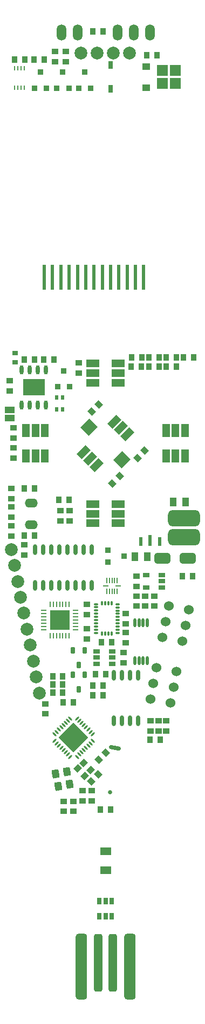
<source format=gbr>
G04 Layer_Color=255*
%FSLAX25Y25*%
%MOIN*%
%TF.FileFunction,Pads,Top*%
%TF.Part,Single*%
G01*
G75*
%TA.AperFunction,SMDPad,CuDef*%
%ADD10R,0.03937X0.03543*%
%ADD11R,0.03543X0.03740*%
%ADD12R,0.03543X0.03937*%
%ADD13R,0.04331X0.02559*%
G04:AMPARAMS|DCode=14|XSize=75mil|YSize=25mil|CornerRadius=0mil|HoleSize=0mil|Usage=FLASHONLY|Rotation=349.000|XOffset=0mil|YOffset=0mil|HoleType=Round|Shape=Round|*
%AMOVALD14*
21,1,0.05000,0.02500,0.00000,0.00000,349.0*
1,1,0.02500,-0.02454,0.00477*
1,1,0.02500,0.02454,-0.00477*
%
%ADD14OVALD14*%

%ADD15R,0.02165X0.15748*%
%ADD16R,0.04134X0.05512*%
%ADD17R,0.02362X0.05512*%
%ADD18R,0.02362X0.07087*%
G04:AMPARAMS|DCode=19|XSize=98.42mil|YSize=66.93mil|CornerRadius=16.73mil|HoleSize=0mil|Usage=FLASHONLY|Rotation=180.000|XOffset=0mil|YOffset=0mil|HoleType=Round|Shape=RoundedRectangle|*
%AMROUNDEDRECTD19*
21,1,0.09842,0.03347,0,0,180.0*
21,1,0.06496,0.06693,0,0,180.0*
1,1,0.03346,-0.03248,0.01673*
1,1,0.03346,0.03248,0.01673*
1,1,0.03346,0.03248,-0.01673*
1,1,0.03346,-0.03248,-0.01673*
%
%ADD19ROUNDEDRECTD19*%
G04:AMPARAMS|DCode=20|XSize=98.42mil|YSize=196.85mil|CornerRadius=24.61mil|HoleSize=0mil|Usage=FLASHONLY|Rotation=90.000|XOffset=0mil|YOffset=0mil|HoleType=Round|Shape=RoundedRectangle|*
%AMROUNDEDRECTD20*
21,1,0.09842,0.14764,0,0,90.0*
21,1,0.04921,0.19685,0,0,90.0*
1,1,0.04921,0.07382,0.02461*
1,1,0.04921,0.07382,-0.02461*
1,1,0.04921,-0.07382,-0.02461*
1,1,0.04921,-0.07382,0.02461*
%
%ADD20ROUNDEDRECTD20*%
%ADD21R,0.05905X0.03937*%
G04:AMPARAMS|DCode=22|XSize=51.18mil|YSize=354.33mil|CornerRadius=12.79mil|HoleSize=0mil|Usage=FLASHONLY|Rotation=180.000|XOffset=0mil|YOffset=0mil|HoleType=Round|Shape=RoundedRectangle|*
%AMROUNDEDRECTD22*
21,1,0.05118,0.32874,0,0,180.0*
21,1,0.02559,0.35433,0,0,180.0*
1,1,0.02559,-0.01279,0.16437*
1,1,0.02559,0.01279,0.16437*
1,1,0.02559,0.01279,-0.16437*
1,1,0.02559,-0.01279,-0.16437*
%
%ADD22ROUNDEDRECTD22*%
G04:AMPARAMS|DCode=23|XSize=70mil|YSize=405.51mil|CornerRadius=17.5mil|HoleSize=0mil|Usage=FLASHONLY|Rotation=180.000|XOffset=0mil|YOffset=0mil|HoleType=Round|Shape=RoundedRectangle|*
%AMROUNDEDRECTD23*
21,1,0.07000,0.37051,0,0,180.0*
21,1,0.03500,0.40551,0,0,180.0*
1,1,0.03500,-0.01750,0.18526*
1,1,0.03500,0.01750,0.18526*
1,1,0.03500,0.01750,-0.18526*
1,1,0.03500,-0.01750,-0.18526*
%
%ADD23ROUNDEDRECTD23*%
%ADD24O,0.02756X0.01181*%
%ADD25O,0.01181X0.02756*%
G04:AMPARAMS|DCode=26|XSize=9.84mil|YSize=31.5mil|CornerRadius=0mil|HoleSize=0mil|Usage=FLASHONLY|Rotation=225.000|XOffset=0mil|YOffset=0mil|HoleType=Round|Shape=Round|*
%AMOVALD26*
21,1,0.02165,0.00984,0.00000,0.00000,315.0*
1,1,0.00984,-0.00766,0.00766*
1,1,0.00984,0.00766,-0.00766*
%
%ADD26OVALD26*%

G04:AMPARAMS|DCode=27|XSize=9.84mil|YSize=31.5mil|CornerRadius=0mil|HoleSize=0mil|Usage=FLASHONLY|Rotation=135.000|XOffset=0mil|YOffset=0mil|HoleType=Round|Shape=Round|*
%AMOVALD27*
21,1,0.02165,0.00984,0.00000,0.00000,225.0*
1,1,0.00984,0.00766,0.00766*
1,1,0.00984,-0.00766,-0.00766*
%
%ADD27OVALD27*%

%ADD28P,0.18374X4X180.0*%
%ADD29R,0.00787X0.03740*%
%ADD30R,0.03740X0.00787*%
G04:AMPARAMS|DCode=31|XSize=9.84mil|YSize=23.62mil|CornerRadius=1.97mil|HoleSize=0mil|Usage=FLASHONLY|Rotation=180.000|XOffset=0mil|YOffset=0mil|HoleType=Round|Shape=RoundedRectangle|*
%AMROUNDEDRECTD31*
21,1,0.00984,0.01968,0,0,180.0*
21,1,0.00591,0.02362,0,0,180.0*
1,1,0.00394,-0.00295,0.00984*
1,1,0.00394,0.00295,0.00984*
1,1,0.00394,0.00295,-0.00984*
1,1,0.00394,-0.00295,-0.00984*
%
%ADD31ROUNDEDRECTD31*%
%ADD32R,0.02559X0.04331*%
G04:AMPARAMS|DCode=33|XSize=39.37mil|YSize=35.43mil|CornerRadius=0mil|HoleSize=0mil|Usage=FLASHONLY|Rotation=135.000|XOffset=0mil|YOffset=0mil|HoleType=Round|Shape=Rectangle|*
%AMROTATEDRECTD33*
4,1,4,0.02645,-0.00139,0.00139,-0.02645,-0.02645,0.00139,-0.00139,0.02645,0.02645,-0.00139,0.0*
%
%ADD33ROTATEDRECTD33*%

G04:AMPARAMS|DCode=34|XSize=39.37mil|YSize=35.43mil|CornerRadius=0mil|HoleSize=0mil|Usage=FLASHONLY|Rotation=225.000|XOffset=0mil|YOffset=0mil|HoleType=Round|Shape=Rectangle|*
%AMROTATEDRECTD34*
4,1,4,0.00139,0.02645,0.02645,0.00139,-0.00139,-0.02645,-0.02645,-0.00139,0.00139,0.02645,0.0*
%
%ADD34ROTATEDRECTD34*%

%ADD35R,0.03543X0.02756*%
%ADD36R,0.08268X0.04724*%
%ADD37R,0.04724X0.08268*%
G04:AMPARAMS|DCode=38|XSize=23.62mil|YSize=39.37mil|CornerRadius=2.95mil|HoleSize=0mil|Usage=FLASHONLY|Rotation=180.000|XOffset=0mil|YOffset=0mil|HoleType=Round|Shape=RoundedRectangle|*
%AMROUNDEDRECTD38*
21,1,0.02362,0.03347,0,0,180.0*
21,1,0.01772,0.03937,0,0,180.0*
1,1,0.00591,-0.00886,0.01673*
1,1,0.00591,0.00886,0.01673*
1,1,0.00591,0.00886,-0.01673*
1,1,0.00591,-0.00886,-0.01673*
%
%ADD38ROUNDEDRECTD38*%
%ADD39O,0.01772X0.05512*%
%ADD40R,0.03740X0.03543*%
%ADD41R,0.07087X0.04528*%
%ADD42R,0.12323X0.12323*%
%ADD43O,0.00787X0.03740*%
%ADD44O,0.03740X0.00787*%
%ADD45O,0.02362X0.05709*%
%ADD46R,0.13386X0.09842*%
G04:AMPARAMS|DCode=47|XSize=51.18mil|YSize=43.31mil|CornerRadius=4.33mil|HoleSize=0mil|Usage=FLASHONLY|Rotation=281.000|XOffset=0mil|YOffset=0mil|HoleType=Round|Shape=RoundedRectangle|*
%AMROUNDEDRECTD47*
21,1,0.05118,0.03465,0,0,281.0*
21,1,0.04252,0.04331,0,0,281.0*
1,1,0.00866,-0.01295,-0.02418*
1,1,0.00866,-0.02106,0.01756*
1,1,0.00866,0.01295,0.02418*
1,1,0.00866,0.02106,-0.01756*
%
%ADD47ROUNDEDRECTD47*%
G04:AMPARAMS|DCode=48|XSize=74.8mil|YSize=78.74mil|CornerRadius=0mil|HoleSize=0mil|Usage=FLASHONLY|Rotation=135.000|XOffset=0mil|YOffset=0mil|HoleType=Round|Shape=Rectangle|*
%AMROTATEDRECTD48*
4,1,4,0.05429,0.00139,-0.00139,-0.05429,-0.05429,-0.00139,0.00139,0.05429,0.05429,0.00139,0.0*
%
%ADD48ROTATEDRECTD48*%

G04:AMPARAMS|DCode=49|XSize=43.31mil|YSize=78.74mil|CornerRadius=0mil|HoleSize=0mil|Usage=FLASHONLY|Rotation=315.000|XOffset=0mil|YOffset=0mil|HoleType=Round|Shape=Rectangle|*
%AMROTATEDRECTD49*
4,1,4,-0.04315,-0.01253,0.01253,0.04315,0.04315,0.01253,-0.01253,-0.04315,-0.04315,-0.01253,0.0*
%
%ADD49ROTATEDRECTD49*%

%ADD50R,0.01968X0.02953*%
%ADD51R,0.02756X0.04724*%
%ADD52R,0.04724X0.03937*%
%ADD53R,0.06693X0.06693*%
%ADD54O,0.02362X0.06693*%
%ADD55O,0.02559X0.06496*%
%TA.AperFunction,ComponentPad*%
%ADD66O,0.07874X0.05512*%
%TA.AperFunction,ViaPad*%
%ADD67C,0.07874*%
%TA.AperFunction,ComponentPad*%
%ADD68C,0.06000*%
%ADD69O,0.06000X0.09937*%
%ADD70C,0.02500*%
%ADD71C,0.07874*%
D10*
X-24400Y585850D02*
D03*
Y579550D02*
D03*
X19000Y250550D02*
D03*
Y244250D02*
D03*
X24500Y250550D02*
D03*
Y244250D02*
D03*
X-31100Y579550D02*
D03*
Y585850D02*
D03*
X-16400Y393950D02*
D03*
Y387650D02*
D03*
X12400Y221845D02*
D03*
Y228144D02*
D03*
X-50200Y282144D02*
D03*
Y275845D02*
D03*
X30100Y250550D02*
D03*
Y244250D02*
D03*
X37600Y167550D02*
D03*
Y173850D02*
D03*
X12400Y233545D02*
D03*
Y239844D02*
D03*
X-58200Y305350D02*
D03*
Y299050D02*
D03*
X32700Y167550D02*
D03*
Y173850D02*
D03*
X-26000Y124244D02*
D03*
Y117945D02*
D03*
X-11600Y239045D02*
D03*
Y245344D02*
D03*
X-20000Y124244D02*
D03*
Y117945D02*
D03*
X-8661Y130709D02*
D03*
Y124409D02*
D03*
X-58200Y287550D02*
D03*
Y293850D02*
D03*
X-22100Y302944D02*
D03*
Y296645D02*
D03*
X-58200Y316850D02*
D03*
Y310550D02*
D03*
X-14173Y124409D02*
D03*
Y130709D02*
D03*
X-37100Y177945D02*
D03*
Y184244D02*
D03*
X27900Y173850D02*
D03*
Y167550D02*
D03*
X-56693Y341732D02*
D03*
Y335433D02*
D03*
X-11600Y230344D02*
D03*
Y224045D02*
D03*
X-59055Y383071D02*
D03*
Y376772D02*
D03*
X-56693Y353937D02*
D03*
Y347638D02*
D03*
X11000Y215850D02*
D03*
Y209550D02*
D03*
X19000Y256345D02*
D03*
Y262644D02*
D03*
X-27800Y302950D02*
D03*
Y296650D02*
D03*
D11*
X-22638Y563189D02*
D03*
X-26378Y573032D02*
D03*
X-30118Y563189D02*
D03*
X-43898D02*
D03*
X-40157Y573032D02*
D03*
X-36417Y563189D02*
D03*
X-9160Y563173D02*
D03*
X-12900Y573016D02*
D03*
X-16640Y563173D02*
D03*
X-22060Y379373D02*
D03*
X-25800Y389216D02*
D03*
X-29540Y379373D02*
D03*
D12*
X-37750Y580700D02*
D03*
X-44050D02*
D03*
X53750Y262695D02*
D03*
X47450D02*
D03*
X54450Y397300D02*
D03*
X48150D02*
D03*
X-50150Y396094D02*
D03*
X-43850D02*
D03*
X-38189Y396063D02*
D03*
X-31890D02*
D03*
X37450Y391800D02*
D03*
X43750D02*
D03*
X-50000Y580709D02*
D03*
X-56299D02*
D03*
X-7750Y598200D02*
D03*
X-1450D02*
D03*
X-26350Y191194D02*
D03*
X-32650D02*
D03*
X-22650Y309894D02*
D03*
X-28950D02*
D03*
X-43950Y287700D02*
D03*
X-50250D02*
D03*
X-3150Y119194D02*
D03*
X3150D02*
D03*
X3950Y222094D02*
D03*
X-2350D02*
D03*
X-7950Y195395D02*
D03*
X-1650D02*
D03*
X37450Y397300D02*
D03*
X43750D02*
D03*
X-6250Y202300D02*
D03*
X50D02*
D03*
X25450Y583500D02*
D03*
X31750D02*
D03*
X26750Y391800D02*
D03*
X33050D02*
D03*
X16050Y397300D02*
D03*
X22350D02*
D03*
X33050D02*
D03*
X26750D02*
D03*
X-43850Y316600D02*
D03*
X-50150D02*
D03*
X27650Y162000D02*
D03*
X33950D02*
D03*
X-26350Y201195D02*
D03*
X-32650D02*
D03*
X-32650Y196195D02*
D03*
X-26350D02*
D03*
X-26149Y185117D02*
D03*
X-19850Y185073D02*
D03*
X-7950Y189495D02*
D03*
X-1650D02*
D03*
X15950Y391800D02*
D03*
X22250D02*
D03*
D13*
X34724Y255854D02*
D03*
Y259594D02*
D03*
Y263335D02*
D03*
X25276D02*
D03*
Y255854D02*
D03*
X4024Y208860D02*
D03*
Y212600D02*
D03*
Y216340D02*
D03*
X-5424D02*
D03*
Y212600D02*
D03*
Y208860D02*
D03*
D14*
X5731Y157200D02*
D03*
D15*
X-37809Y446895D02*
D03*
X-32691D02*
D03*
X-27572D02*
D03*
X-22454D02*
D03*
X-17336D02*
D03*
X-12218D02*
D03*
X-7100D02*
D03*
X-1982D02*
D03*
X3136D02*
D03*
X8254D02*
D03*
X13372D02*
D03*
X18490D02*
D03*
X23609D02*
D03*
D16*
X25740Y274594D02*
D03*
X18260D02*
D03*
X41860Y308494D02*
D03*
X49340D02*
D03*
D17*
X33500Y284095D02*
D03*
X21689D02*
D03*
D18*
X27595Y284882D02*
D03*
D19*
X35126Y273594D02*
D03*
X50874D02*
D03*
D20*
X48500Y286689D02*
D03*
Y298500D02*
D03*
D21*
X-59055Y364961D02*
D03*
Y360236D02*
D03*
D22*
X4500Y24803D02*
D03*
X-4500D02*
D03*
D23*
X15000Y22441D02*
D03*
X-15000D02*
D03*
D24*
X-5784Y243584D02*
D03*
Y241616D02*
D03*
Y239647D02*
D03*
Y237679D02*
D03*
Y235710D02*
D03*
Y233742D02*
D03*
Y231773D02*
D03*
Y229805D02*
D03*
Y227836D02*
D03*
X7371Y227795D02*
D03*
Y229763D02*
D03*
Y231732D02*
D03*
Y233700D02*
D03*
Y235668D02*
D03*
Y237637D02*
D03*
Y239605D02*
D03*
Y241574D02*
D03*
Y243543D02*
D03*
Y245511D02*
D03*
X-5784Y245553D02*
D03*
D25*
X-2137Y227294D02*
D03*
X-169D02*
D03*
X1800D02*
D03*
X3768D02*
D03*
Y245996D02*
D03*
X1800D02*
D03*
X-169D02*
D03*
X-2137D02*
D03*
D26*
X-17597Y151554D02*
D03*
X-16205Y152946D02*
D03*
X-14813Y154338D02*
D03*
X-13421Y155730D02*
D03*
X-12029Y157122D02*
D03*
X-10637Y158514D02*
D03*
X-9245Y159906D02*
D03*
X-7853Y161298D02*
D03*
X-21773Y175217D02*
D03*
X-23165Y173825D02*
D03*
X-24557Y172433D02*
D03*
X-25949Y171042D02*
D03*
X-27341Y169650D02*
D03*
X-28733Y168258D02*
D03*
X-30125Y166866D02*
D03*
X-31517Y165474D02*
D03*
D27*
X-7853D02*
D03*
X-9245Y166866D02*
D03*
X-10637Y168258D02*
D03*
X-12029Y169650D02*
D03*
X-13421Y171042D02*
D03*
X-14813Y172433D02*
D03*
X-16205Y173825D02*
D03*
X-17597Y175217D02*
D03*
X-31517Y161298D02*
D03*
X-30125Y159906D02*
D03*
X-28733Y158514D02*
D03*
X-27341Y157122D02*
D03*
X-25949Y155730D02*
D03*
X-24557Y154338D02*
D03*
X-23165Y152946D02*
D03*
X-21773Y151554D02*
D03*
D28*
X-19685Y163386D02*
D03*
D29*
X7150Y260200D02*
D03*
X5575D02*
D03*
X4000D02*
D03*
X2425D02*
D03*
X850D02*
D03*
X7150Y253389D02*
D03*
X5575D02*
D03*
X4000D02*
D03*
X2425D02*
D03*
X850D02*
D03*
D30*
X7937Y256795D02*
D03*
X63D02*
D03*
D31*
X-56153Y563494D02*
D03*
X-54184D02*
D03*
X-52216D02*
D03*
X-50247D02*
D03*
X-56153Y575306D02*
D03*
X-54184D02*
D03*
X-52216D02*
D03*
X-50247D02*
D03*
D32*
X3740Y62719D02*
D03*
X0D02*
D03*
X-3740D02*
D03*
Y53270D02*
D03*
X0D02*
D03*
X3740D02*
D03*
D33*
X259Y154196D02*
D03*
X-4196Y149741D02*
D03*
X-8526Y363915D02*
D03*
X-4072Y368369D02*
D03*
X8727Y324322D02*
D03*
X4273Y319867D02*
D03*
X19820Y335568D02*
D03*
X24274Y340022D02*
D03*
X-8920Y136356D02*
D03*
X-4466Y140810D02*
D03*
D34*
X-13644Y147896D02*
D03*
X-9190Y143442D02*
D03*
X-17188Y144353D02*
D03*
X-12733Y139899D02*
D03*
D35*
X-55905Y394488D02*
D03*
Y400000D02*
D03*
D36*
X7874Y387795D02*
D03*
Y381890D02*
D03*
Y393701D02*
D03*
X-7874Y381890D02*
D03*
Y393701D02*
D03*
Y387795D02*
D03*
X7874Y301181D02*
D03*
Y295276D02*
D03*
Y307087D02*
D03*
X-7874Y295276D02*
D03*
Y307087D02*
D03*
Y301181D02*
D03*
D37*
X-43307Y352362D02*
D03*
X-37402D02*
D03*
X-49213D02*
D03*
X-37402Y336614D02*
D03*
X-49213D02*
D03*
X-43307D02*
D03*
X43307Y352362D02*
D03*
X49213D02*
D03*
X37402D02*
D03*
X49213Y336614D02*
D03*
X37402D02*
D03*
X43307D02*
D03*
D38*
X-16500Y208067D02*
D03*
X-20240Y217122D02*
D03*
X-12760D02*
D03*
X-16500Y193067D02*
D03*
X-20240Y202122D02*
D03*
X-12760D02*
D03*
D39*
X18250Y210880D02*
D03*
X20750D02*
D03*
X23250D02*
D03*
X25750D02*
D03*
X18250Y234109D02*
D03*
X20750D02*
D03*
X23250D02*
D03*
X25750D02*
D03*
D40*
X1579Y271354D02*
D03*
X11421Y275095D02*
D03*
X1579Y278835D02*
D03*
D41*
X-0Y81890D02*
D03*
Y93307D02*
D03*
D42*
X-28344Y235732D02*
D03*
D43*
X-22439Y225987D02*
D03*
X-24407D02*
D03*
X-26376D02*
D03*
X-28344D02*
D03*
X-30313Y225987D02*
D03*
X-32281D02*
D03*
X-34250Y225987D02*
D03*
Y245476D02*
D03*
X-32281D02*
D03*
X-30313D02*
D03*
X-28344D02*
D03*
X-26376D02*
D03*
X-24407D02*
D03*
X-22439D02*
D03*
D44*
X-38088Y229826D02*
D03*
X-38088Y231795D02*
D03*
Y233763D02*
D03*
Y235732D02*
D03*
Y237700D02*
D03*
X-38088Y239668D02*
D03*
Y241637D02*
D03*
X-18600D02*
D03*
X-18600Y239668D02*
D03*
Y237700D02*
D03*
Y235732D02*
D03*
Y233763D02*
D03*
Y231795D02*
D03*
X-18600Y229826D02*
D03*
D45*
X-51791Y368209D02*
D03*
X-46791D02*
D03*
X-41791D02*
D03*
X-36791D02*
D03*
X-51791Y389665D02*
D03*
X-46791D02*
D03*
X-41791D02*
D03*
X-36791D02*
D03*
D46*
X-44291Y378937D02*
D03*
D47*
X-29302Y133255D02*
D03*
X-30804Y140984D02*
D03*
X-23848Y142336D02*
D03*
X-22345Y134607D02*
D03*
D48*
X10022Y334466D02*
D03*
X-10022Y354510D02*
D03*
D49*
X13418Y349945D02*
D03*
X9437Y353926D02*
D03*
X5456Y357907D02*
D03*
X-5456Y331070D02*
D03*
X-9437Y335051D02*
D03*
X-13418Y339032D02*
D03*
D50*
X-30043Y365508D02*
D03*
X-26500D02*
D03*
Y372594D02*
D03*
X-30043D02*
D03*
D51*
X3000Y562711D02*
D03*
Y577278D02*
D03*
D52*
X25300Y563302D02*
D03*
Y576295D02*
D03*
D53*
X35142Y573932D02*
D03*
Y566058D02*
D03*
X43016Y573932D02*
D03*
Y566058D02*
D03*
D54*
X20000Y201771D02*
D03*
X15000D02*
D03*
X10000D02*
D03*
X5000D02*
D03*
X20000Y173818D02*
D03*
X15000D02*
D03*
X10000D02*
D03*
X5000D02*
D03*
D55*
X-8500Y279217D02*
D03*
X-13500D02*
D03*
X-18500D02*
D03*
X-23500D02*
D03*
X-28500D02*
D03*
X-33500D02*
D03*
X-38500D02*
D03*
X-43500D02*
D03*
X-8500Y256972D02*
D03*
X-13500D02*
D03*
X-18500D02*
D03*
X-23500D02*
D03*
X-28500D02*
D03*
X-33500D02*
D03*
X-38500D02*
D03*
X-43500D02*
D03*
D66*
X-45700Y294500D02*
D03*
Y307886D02*
D03*
D67*
X-42700Y200694D02*
D03*
X-40700Y190894D02*
D03*
X-44627Y210523D02*
D03*
X-48512Y230142D02*
D03*
X-50454Y239952D02*
D03*
X-52396Y249761D02*
D03*
X-54339Y259571D02*
D03*
X-56281Y269380D02*
D03*
X-58223Y279190D02*
D03*
X-46569Y220333D02*
D03*
D68*
X47644Y222771D02*
D03*
X35277Y225175D02*
D03*
X37155Y234837D02*
D03*
X39033Y244498D02*
D03*
X51400Y242094D02*
D03*
X49522Y232433D02*
D03*
X31511Y206360D02*
D03*
X43878Y203956D02*
D03*
X42000Y194295D02*
D03*
X40122Y184633D02*
D03*
X27755Y187037D02*
D03*
X29633Y196698D02*
D03*
D69*
X-17100Y597457D02*
D03*
X-27100D02*
D03*
X7500D02*
D03*
X27500D02*
D03*
X17500D02*
D03*
D70*
X2938Y129728D02*
D03*
D71*
X14900Y584800D02*
D03*
X4900D02*
D03*
X-5100D02*
D03*
X-15100D02*
D03*
%TF.MD5,21fa90e9db609f829f4616fd017be05d*%
M02*

</source>
